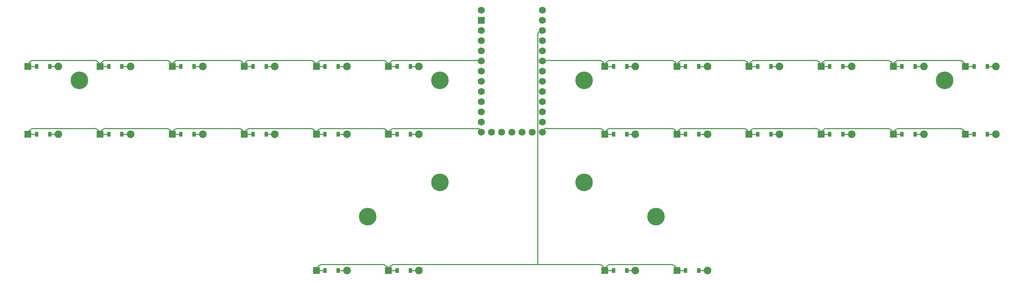
<source format=gbr>
%TF.GenerationSoftware,KiCad,Pcbnew,9.0.0*%
%TF.CreationDate,2025-04-19T19:47:05+02:00*%
%TF.ProjectId,pcb,7063622e-6b69-4636-9164-5f7063625858,v1.0.0*%
%TF.SameCoordinates,Original*%
%TF.FileFunction,Copper,L1,Top*%
%TF.FilePolarity,Positive*%
%FSLAX46Y46*%
G04 Gerber Fmt 4.6, Leading zero omitted, Abs format (unit mm)*
G04 Created by KiCad (PCBNEW 9.0.0) date 2025-04-19 19:47:05*
%MOMM*%
%LPD*%
G01*
G04 APERTURE LIST*
%TA.AperFunction,ComponentPad*%
%ADD10C,1.752600*%
%TD*%
%TA.AperFunction,ComponentPad*%
%ADD11R,1.752600X1.752600*%
%TD*%
%TA.AperFunction,SMDPad,CuDef*%
%ADD12R,0.900000X1.200000*%
%TD*%
%TA.AperFunction,ComponentPad*%
%ADD13R,1.778000X1.778000*%
%TD*%
%TA.AperFunction,ComponentPad*%
%ADD14C,1.905000*%
%TD*%
%TA.AperFunction,ComponentPad*%
%ADD15C,4.400000*%
%TD*%
%TA.AperFunction,ComponentPad*%
%ADD16C,0.700000*%
%TD*%
%TA.AperFunction,Conductor*%
%ADD17C,0.250000*%
%TD*%
G04 APERTURE END LIST*
D10*
%TO.P,MCU1,30*%
%TO.N,D9*%
X224620000Y-104470000D03*
%TO.P,MCU1,29*%
%TO.N,D8*%
X224620000Y-101930000D03*
%TO.P,MCU1,28*%
%TO.N,D7*%
X224620000Y-99390000D03*
%TO.P,MCU1,27*%
%TO.N,D6*%
X224620000Y-96850000D03*
%TO.P,MCU1,26*%
%TO.N,D5*%
X224620000Y-94310000D03*
%TO.P,MCU1,25*%
%TO.N,D4*%
X224620000Y-91770000D03*
%TO.P,MCU1,24*%
%TO.N,D3*%
X224620000Y-89230000D03*
%TO.P,MCU1,23*%
%TO.N,D2*%
X224620000Y-86690000D03*
%TO.P,MCU1,22*%
%TO.N,GND*%
X224620000Y-84150000D03*
%TO.P,MCU1,21*%
X224620000Y-81610000D03*
%TO.P,MCU1,20*%
%TO.N,D1*%
X224620000Y-79070000D03*
%TO.P,MCU1,19*%
%TO.N,D0*%
X224620000Y-76530000D03*
%TO.P,MCU1,18*%
%TO.N,Dp*%
X224620000Y-73990000D03*
%TO.P,MCU1,17*%
%TO.N,D16*%
X211920000Y-104470000D03*
%TO.P,MCU1,16*%
%TO.N,D15*%
X214460000Y-104470000D03*
%TO.P,MCU1,15*%
%TO.N,D14*%
X217000000Y-104470000D03*
%TO.P,MCU1,14*%
%TO.N,D13*%
X219540000Y-104470000D03*
%TO.P,MCU1,13*%
%TO.N,D12*%
X222080000Y-104470000D03*
%TO.P,MCU1,12*%
%TO.N,D21*%
X209380000Y-104470000D03*
%TO.P,MCU1,11*%
%TO.N,D23*%
X209380000Y-101930000D03*
%TO.P,MCU1,10*%
%TO.N,D20*%
X209380000Y-99390000D03*
%TO.P,MCU1,9*%
%TO.N,D22*%
X209380000Y-96850000D03*
%TO.P,MCU1,8*%
%TO.N,D26*%
X209380000Y-94310000D03*
%TO.P,MCU1,7*%
%TO.N,D27*%
X209380000Y-91770000D03*
%TO.P,MCU1,6*%
%TO.N,D28*%
X209380000Y-89230000D03*
%TO.P,MCU1,5*%
%TO.N,D29*%
X209380000Y-86690000D03*
%TO.P,MCU1,4*%
%TO.N,VCC*%
X209380000Y-84150000D03*
%TO.P,MCU1,3*%
%TO.N,RST*%
X209380000Y-81610000D03*
%TO.P,MCU1,2*%
%TO.N,GND*%
X209380000Y-79070000D03*
D11*
%TO.P,MCU1,1*%
%TO.N,RAW*%
X209380000Y-76530000D03*
D10*
%TO.P,MCU1,2*%
%TO.N,Dm*%
X209380000Y-73990000D03*
%TD*%
D12*
%TO.P,D1,1*%
%TO.N,D21*%
X98350000Y-105000000D03*
%TO.P,D1,2*%
%TO.N,outer_lbottom*%
X101650000Y-105000000D03*
D13*
%TO.P,D1,1*%
%TO.N,D21*%
X96190000Y-105000000D03*
D14*
%TO.P,D1,2*%
%TO.N,outer_lbottom*%
X103810000Y-105000000D03*
%TD*%
D12*
%TO.P,D2,1*%
%TO.N,D29*%
X98350000Y-88000000D03*
%TO.P,D2,2*%
%TO.N,outer_ltop*%
X101650000Y-88000000D03*
D13*
%TO.P,D2,1*%
%TO.N,D29*%
X96190000Y-88000000D03*
D14*
%TO.P,D2,2*%
%TO.N,outer_ltop*%
X103810000Y-88000000D03*
%TD*%
D12*
%TO.P,D3,1*%
%TO.N,D21*%
X116350000Y-105000000D03*
%TO.P,D3,2*%
%TO.N,pinky_lbottom*%
X119650000Y-105000000D03*
D13*
%TO.P,D3,1*%
%TO.N,D21*%
X114190000Y-105000000D03*
D14*
%TO.P,D3,2*%
%TO.N,pinky_lbottom*%
X121810000Y-105000000D03*
%TD*%
D12*
%TO.P,D4,1*%
%TO.N,D29*%
X116350000Y-88000000D03*
%TO.P,D4,2*%
%TO.N,pinky_ltop*%
X119650000Y-88000000D03*
D13*
%TO.P,D4,1*%
%TO.N,D29*%
X114190000Y-88000000D03*
D14*
%TO.P,D4,2*%
%TO.N,pinky_ltop*%
X121810000Y-88000000D03*
%TD*%
D12*
%TO.P,D5,1*%
%TO.N,D21*%
X134350000Y-105000000D03*
%TO.P,D5,2*%
%TO.N,ring_lbottom*%
X137650000Y-105000000D03*
D13*
%TO.P,D5,1*%
%TO.N,D21*%
X132190000Y-105000000D03*
D14*
%TO.P,D5,2*%
%TO.N,ring_lbottom*%
X139810000Y-105000000D03*
%TD*%
D12*
%TO.P,D6,1*%
%TO.N,D29*%
X134350000Y-88000000D03*
%TO.P,D6,2*%
%TO.N,ring_ltop*%
X137650000Y-88000000D03*
D13*
%TO.P,D6,1*%
%TO.N,D29*%
X132190000Y-88000000D03*
D14*
%TO.P,D6,2*%
%TO.N,ring_ltop*%
X139810000Y-88000000D03*
%TD*%
D12*
%TO.P,D7,1*%
%TO.N,D21*%
X152350000Y-105000000D03*
%TO.P,D7,2*%
%TO.N,middle_lbottom*%
X155650000Y-105000000D03*
D13*
%TO.P,D7,1*%
%TO.N,D21*%
X150190000Y-105000000D03*
D14*
%TO.P,D7,2*%
%TO.N,middle_lbottom*%
X157810000Y-105000000D03*
%TD*%
D12*
%TO.P,D8,1*%
%TO.N,D29*%
X152350000Y-88000000D03*
%TO.P,D8,2*%
%TO.N,middle_ltop*%
X155650000Y-88000000D03*
D13*
%TO.P,D8,1*%
%TO.N,D29*%
X150190000Y-88000000D03*
D14*
%TO.P,D8,2*%
%TO.N,middle_ltop*%
X157810000Y-88000000D03*
%TD*%
D12*
%TO.P,D9,1*%
%TO.N,D21*%
X170350000Y-105000000D03*
%TO.P,D9,2*%
%TO.N,index_lbottom*%
X173650000Y-105000000D03*
D13*
%TO.P,D9,1*%
%TO.N,D21*%
X168190000Y-105000000D03*
D14*
%TO.P,D9,2*%
%TO.N,index_lbottom*%
X175810000Y-105000000D03*
%TD*%
D12*
%TO.P,D10,1*%
%TO.N,D29*%
X170350000Y-88000000D03*
%TO.P,D10,2*%
%TO.N,index_ltop*%
X173650000Y-88000000D03*
D13*
%TO.P,D10,1*%
%TO.N,D29*%
X168190000Y-88000000D03*
D14*
%TO.P,D10,2*%
%TO.N,index_ltop*%
X175810000Y-88000000D03*
%TD*%
D12*
%TO.P,D11,1*%
%TO.N,D21*%
X188350000Y-105000000D03*
%TO.P,D11,2*%
%TO.N,inner_lbottom*%
X191650000Y-105000000D03*
D13*
%TO.P,D11,1*%
%TO.N,D21*%
X186190000Y-105000000D03*
D14*
%TO.P,D11,2*%
%TO.N,inner_lbottom*%
X193810000Y-105000000D03*
%TD*%
D12*
%TO.P,D12,1*%
%TO.N,D29*%
X188350000Y-88000000D03*
%TO.P,D12,2*%
%TO.N,inner_ltop*%
X191650000Y-88000000D03*
D13*
%TO.P,D12,1*%
%TO.N,D29*%
X186190000Y-88000000D03*
D14*
%TO.P,D12,2*%
%TO.N,inner_ltop*%
X193810000Y-88000000D03*
%TD*%
D12*
%TO.P,D13,1*%
%TO.N,D9*%
X242350000Y-105000000D03*
%TO.P,D13,2*%
%TO.N,inner_rbottom*%
X245650000Y-105000000D03*
D13*
%TO.P,D13,1*%
%TO.N,D9*%
X240190000Y-105000000D03*
D14*
%TO.P,D13,2*%
%TO.N,inner_rbottom*%
X247810000Y-105000000D03*
%TD*%
D12*
%TO.P,D14,1*%
%TO.N,D2*%
X242350000Y-88000000D03*
%TO.P,D14,2*%
%TO.N,inner_rtop*%
X245650000Y-88000000D03*
D13*
%TO.P,D14,1*%
%TO.N,D2*%
X240190000Y-88000000D03*
D14*
%TO.P,D14,2*%
%TO.N,inner_rtop*%
X247810000Y-88000000D03*
%TD*%
D12*
%TO.P,D15,1*%
%TO.N,D9*%
X260350000Y-105000000D03*
%TO.P,D15,2*%
%TO.N,index_rbottom*%
X263650000Y-105000000D03*
D13*
%TO.P,D15,1*%
%TO.N,D9*%
X258190000Y-105000000D03*
D14*
%TO.P,D15,2*%
%TO.N,index_rbottom*%
X265810000Y-105000000D03*
%TD*%
D12*
%TO.P,D16,1*%
%TO.N,D2*%
X260350000Y-88000000D03*
%TO.P,D16,2*%
%TO.N,index_rtop*%
X263650000Y-88000000D03*
D13*
%TO.P,D16,1*%
%TO.N,D2*%
X258190000Y-88000000D03*
D14*
%TO.P,D16,2*%
%TO.N,index_rtop*%
X265810000Y-88000000D03*
%TD*%
D12*
%TO.P,D17,1*%
%TO.N,D9*%
X278350000Y-105000000D03*
%TO.P,D17,2*%
%TO.N,middle_rbottom*%
X281650000Y-105000000D03*
D13*
%TO.P,D17,1*%
%TO.N,D9*%
X276190000Y-105000000D03*
D14*
%TO.P,D17,2*%
%TO.N,middle_rbottom*%
X283810000Y-105000000D03*
%TD*%
D12*
%TO.P,D18,1*%
%TO.N,D2*%
X278350000Y-88000000D03*
%TO.P,D18,2*%
%TO.N,middle_rtop*%
X281650000Y-88000000D03*
D13*
%TO.P,D18,1*%
%TO.N,D2*%
X276190000Y-88000000D03*
D14*
%TO.P,D18,2*%
%TO.N,middle_rtop*%
X283810000Y-88000000D03*
%TD*%
D12*
%TO.P,D19,1*%
%TO.N,D9*%
X296350000Y-105000000D03*
%TO.P,D19,2*%
%TO.N,ring_rbottom*%
X299650000Y-105000000D03*
D13*
%TO.P,D19,1*%
%TO.N,D9*%
X294190000Y-105000000D03*
D14*
%TO.P,D19,2*%
%TO.N,ring_rbottom*%
X301810000Y-105000000D03*
%TD*%
D12*
%TO.P,D20,1*%
%TO.N,D2*%
X296350000Y-88000000D03*
%TO.P,D20,2*%
%TO.N,ring_rtop*%
X299650000Y-88000000D03*
D13*
%TO.P,D20,1*%
%TO.N,D2*%
X294190000Y-88000000D03*
D14*
%TO.P,D20,2*%
%TO.N,ring_rtop*%
X301810000Y-88000000D03*
%TD*%
D12*
%TO.P,D21,1*%
%TO.N,D9*%
X314350000Y-105000000D03*
%TO.P,D21,2*%
%TO.N,pinky_rbottom*%
X317650000Y-105000000D03*
D13*
%TO.P,D21,1*%
%TO.N,D9*%
X312190000Y-105000000D03*
D14*
%TO.P,D21,2*%
%TO.N,pinky_rbottom*%
X319810000Y-105000000D03*
%TD*%
D12*
%TO.P,D22,1*%
%TO.N,D2*%
X314350000Y-88000000D03*
%TO.P,D22,2*%
%TO.N,pinky_rtop*%
X317650000Y-88000000D03*
D13*
%TO.P,D22,1*%
%TO.N,D2*%
X312190000Y-88000000D03*
D14*
%TO.P,D22,2*%
%TO.N,pinky_rtop*%
X319810000Y-88000000D03*
%TD*%
D12*
%TO.P,D23,1*%
%TO.N,D9*%
X332350000Y-105000000D03*
%TO.P,D23,2*%
%TO.N,outer_rbottom*%
X335650000Y-105000000D03*
D13*
%TO.P,D23,1*%
%TO.N,D9*%
X330190000Y-105000000D03*
D14*
%TO.P,D23,2*%
%TO.N,outer_rbottom*%
X337810000Y-105000000D03*
%TD*%
D12*
%TO.P,D24,1*%
%TO.N,D2*%
X332350000Y-88000000D03*
%TO.P,D24,2*%
%TO.N,outer_rtop*%
X335650000Y-88000000D03*
D13*
%TO.P,D24,1*%
%TO.N,D2*%
X330190000Y-88000000D03*
D14*
%TO.P,D24,2*%
%TO.N,outer_rtop*%
X337810000Y-88000000D03*
%TD*%
D12*
%TO.P,D25,1*%
%TO.N,D1*%
X170350000Y-139000000D03*
%TO.P,D25,2*%
%TO.N,outer_lttop*%
X173650000Y-139000000D03*
D13*
%TO.P,D25,1*%
%TO.N,D1*%
X168190000Y-139000000D03*
D14*
%TO.P,D25,2*%
%TO.N,outer_lttop*%
X175810000Y-139000000D03*
%TD*%
D12*
%TO.P,D26,1*%
%TO.N,D1*%
X188350000Y-139000000D03*
%TO.P,D26,2*%
%TO.N,inner_lttop*%
X191650000Y-139000000D03*
D13*
%TO.P,D26,1*%
%TO.N,D1*%
X186190000Y-139000000D03*
D14*
%TO.P,D26,2*%
%TO.N,inner_lttop*%
X193810000Y-139000000D03*
%TD*%
D12*
%TO.P,D27,1*%
%TO.N,D1*%
X242350000Y-139000000D03*
%TO.P,D27,2*%
%TO.N,inner_rttop*%
X245650000Y-139000000D03*
D13*
%TO.P,D27,1*%
%TO.N,D1*%
X240190000Y-139000000D03*
D14*
%TO.P,D27,2*%
%TO.N,inner_rttop*%
X247810000Y-139000000D03*
%TD*%
D12*
%TO.P,D28,1*%
%TO.N,D1*%
X260350000Y-139000000D03*
%TO.P,D28,2*%
%TO.N,outer_rttop*%
X263650000Y-139000000D03*
D13*
%TO.P,D28,1*%
%TO.N,D1*%
X258190000Y-139000000D03*
D14*
%TO.P,D28,2*%
%TO.N,outer_rttop*%
X265810000Y-139000000D03*
%TD*%
D15*
%TO.P,_1,1*%
%TO.N,N/C*%
X109000000Y-91500000D03*
D16*
X110629630Y-91500000D03*
X110152322Y-92652322D03*
X109000000Y-93129630D03*
X107847678Y-92652322D03*
X107370370Y-91500000D03*
X107847678Y-90347678D03*
X109000000Y-89870370D03*
X110152322Y-90347678D03*
%TD*%
D15*
%TO.P,_2,1*%
%TO.N,N/C*%
X199000000Y-91500000D03*
D16*
X200629630Y-91500000D03*
X200152322Y-92652322D03*
X199000000Y-93129630D03*
X197847678Y-92652322D03*
X197370370Y-91500000D03*
X197847678Y-90347678D03*
X199000000Y-89870370D03*
X200152322Y-90347678D03*
%TD*%
D15*
%TO.P,_3,1*%
%TO.N,N/C*%
X199000000Y-117000000D03*
D16*
X200629630Y-117000000D03*
X200152322Y-118152322D03*
X199000000Y-118629630D03*
X197847678Y-118152322D03*
X197370370Y-117000000D03*
X197847678Y-115847678D03*
X199000000Y-115370370D03*
X200152322Y-115847678D03*
%TD*%
D15*
%TO.P,_4,1*%
%TO.N,N/C*%
X181000000Y-125500000D03*
D16*
X182629630Y-125500000D03*
X182152322Y-126652322D03*
X181000000Y-127129630D03*
X179847678Y-126652322D03*
X179370370Y-125500000D03*
X179847678Y-124347678D03*
X181000000Y-123870370D03*
X182152322Y-124347678D03*
%TD*%
D15*
%TO.P,_5,1*%
%TO.N,N/C*%
X253000000Y-125500000D03*
D16*
X254629630Y-125500000D03*
X254152322Y-126652322D03*
X253000000Y-127129630D03*
X251847678Y-126652322D03*
X251370370Y-125500000D03*
X251847678Y-124347678D03*
X253000000Y-123870370D03*
X254152322Y-124347678D03*
%TD*%
D15*
%TO.P,_6,1*%
%TO.N,N/C*%
X325000000Y-91500000D03*
D16*
X326629630Y-91500000D03*
X326152322Y-92652322D03*
X325000000Y-93129630D03*
X323847678Y-92652322D03*
X323370370Y-91500000D03*
X323847678Y-90347678D03*
X325000000Y-89870370D03*
X326152322Y-90347678D03*
%TD*%
D15*
%TO.P,_7,1*%
%TO.N,N/C*%
X235000000Y-91500000D03*
D16*
X236629630Y-91500000D03*
X236152322Y-92652322D03*
X235000000Y-93129630D03*
X233847678Y-92652322D03*
X233370370Y-91500000D03*
X233847678Y-90347678D03*
X235000000Y-89870370D03*
X236152322Y-90347678D03*
%TD*%
D15*
%TO.P,_8,1*%
%TO.N,N/C*%
X235000000Y-117000000D03*
D16*
X236629630Y-117000000D03*
X236152322Y-118152322D03*
X235000000Y-118629630D03*
X233847678Y-118152322D03*
X233370370Y-117000000D03*
X233847678Y-115847678D03*
X235000000Y-115370370D03*
X236152322Y-115847678D03*
%TD*%
D17*
%TO.N,D2*%
X242350000Y-88000000D02*
X240190000Y-88000000D01*
%TO.N,inner_rtop*%
X247810000Y-88000000D02*
X245650000Y-88000000D01*
%TO.N,D2*%
X260350000Y-88000000D02*
X258190000Y-88000000D01*
%TO.N,index_rtop*%
X265810000Y-88000000D02*
X263650000Y-88000000D01*
%TO.N,D2*%
X278350000Y-88000000D02*
X276190000Y-88000000D01*
%TO.N,middle_rtop*%
X283810000Y-88000000D02*
X281650000Y-88000000D01*
%TO.N,D2*%
X296350000Y-88000000D02*
X294190000Y-88000000D01*
%TO.N,ring_rtop*%
X301810000Y-88000000D02*
X299650000Y-88000000D01*
%TO.N,D2*%
X314350000Y-88000000D02*
X312190000Y-88000000D01*
%TO.N,pinky_rtop*%
X319810000Y-88000000D02*
X317650000Y-88000000D01*
%TO.N,outer_rtop*%
X335650000Y-88000000D02*
X337810000Y-88000000D01*
%TO.N,D2*%
X330190000Y-88000000D02*
X332350000Y-88000000D01*
%TO.N,outer_rbottom*%
X335650000Y-105000000D02*
X337810000Y-105000000D01*
%TO.N,D9*%
X330190000Y-105000000D02*
X332350000Y-105000000D01*
%TO.N,pinky_rbottom*%
X317650000Y-105000000D02*
X319810000Y-105000000D01*
%TO.N,D9*%
X312190000Y-105000000D02*
X314350000Y-105000000D01*
%TO.N,ring_rbottom*%
X299650000Y-105000000D02*
X301810000Y-105000000D01*
%TO.N,D9*%
X294190000Y-105000000D02*
X296350000Y-105000000D01*
%TO.N,middle_rbottom*%
X281650000Y-105000000D02*
X283810000Y-105000000D01*
%TO.N,D9*%
X276190000Y-105000000D02*
X278350000Y-105000000D01*
%TO.N,index_rbottom*%
X263650000Y-105000000D02*
X265810000Y-105000000D01*
%TO.N,D9*%
X258190000Y-105000000D02*
X260350000Y-105000000D01*
%TO.N,inner_rbottom*%
X245650000Y-105000000D02*
X247810000Y-105000000D01*
%TO.N,D9*%
X240190000Y-105000000D02*
X242350000Y-105000000D01*
%TO.N,outer_rttop*%
X263650000Y-139000000D02*
X265810000Y-139000000D01*
%TO.N,D1*%
X258190000Y-139000000D02*
X260350000Y-139000000D01*
%TO.N,inner_rttop*%
X245650000Y-139000000D02*
X247810000Y-139000000D01*
%TO.N,D1*%
X240190000Y-139000000D02*
X242350000Y-139000000D01*
%TO.N,inner_lttop*%
X191650000Y-139000000D02*
X193810000Y-139000000D01*
%TO.N,D1*%
X186190000Y-139000000D02*
X188350000Y-139000000D01*
%TO.N,outer_lttop*%
X173650000Y-139000000D02*
X175810000Y-139000000D01*
%TO.N,D1*%
X168190000Y-139000000D02*
X170350000Y-139000000D01*
%TO.N,D21*%
X98350000Y-105000000D02*
X96190000Y-105000000D01*
%TO.N,outer_lbottom*%
X103810000Y-105000000D02*
X101650000Y-105000000D01*
%TO.N,D21*%
X116350000Y-105000000D02*
X114190000Y-105000000D01*
%TO.N,pinky_lbottom*%
X121810000Y-105000000D02*
X119650000Y-105000000D01*
%TO.N,D21*%
X134350000Y-105000000D02*
X132190000Y-105000000D01*
%TO.N,ring_lbottom*%
X139810000Y-105000000D02*
X137650000Y-105000000D01*
%TO.N,D21*%
X152350000Y-105000000D02*
X150190000Y-105000000D01*
%TO.N,middle_lbottom*%
X157810000Y-105000000D02*
X155650000Y-105000000D01*
%TO.N,D21*%
X170350000Y-105000000D02*
X168190000Y-105000000D01*
%TO.N,index_lbottom*%
X175810000Y-105000000D02*
X173650000Y-105000000D01*
%TO.N,D21*%
X188350000Y-105000000D02*
X186190000Y-105000000D01*
%TO.N,inner_lbottom*%
X193810000Y-105000000D02*
X191650000Y-105000000D01*
%TO.N,inner_ltop*%
X191650000Y-88000000D02*
X193810000Y-88000000D01*
%TO.N,D29*%
X186190000Y-88000000D02*
X188350000Y-88000000D01*
%TO.N,index_ltop*%
X173650000Y-88000000D02*
X175810000Y-88000000D01*
%TO.N,D29*%
X168190000Y-88000000D02*
X170350000Y-88000000D01*
%TO.N,middle_ltop*%
X155650000Y-88000000D02*
X157810000Y-88000000D01*
%TO.N,D29*%
X150190000Y-88000000D02*
X152350000Y-88000000D01*
%TO.N,ring_ltop*%
X137650000Y-88000000D02*
X139810000Y-88000000D01*
%TO.N,D29*%
X132190000Y-88000000D02*
X134350000Y-88000000D01*
%TO.N,pinky_ltop*%
X119650000Y-88000000D02*
X121810000Y-88000000D01*
%TO.N,D29*%
X114190000Y-88000000D02*
X116350000Y-88000000D01*
%TO.N,outer_ltop*%
X101650000Y-88000000D02*
X103810000Y-88000000D01*
%TO.N,D29*%
X96190000Y-88000000D02*
X98350000Y-88000000D01*
%TO.N,D1*%
X224620000Y-79070000D02*
X224550932Y-79070000D01*
X224550932Y-79070000D02*
G75*
G03*
X223370900Y-80250000I-32J-1180000D01*
G01*
X223370932Y-137370932D02*
G75*
G03*
X223500000Y-137499968I129068J32D01*
G01*
X223370932Y-80250000D02*
X223370932Y-137370932D01*
X224191493Y-79117983D02*
X223990233Y-79158018D01*
X224620000Y-79070000D02*
X224509955Y-79072697D01*
X187690000Y-137500000D02*
X223500000Y-137500000D01*
X224294095Y-79115634D02*
X224191493Y-79117983D01*
X224509955Y-79072697D02*
X224294095Y-79115634D01*
%TO.N,D2*%
X240190000Y-88000000D02*
G75*
G03*
X238690000Y-86500000I-1500000J0D01*
G01*
X238690000Y-86500000D02*
X224810000Y-86500000D01*
%TO.N,D1*%
X240190000Y-139000000D02*
G75*
G02*
X241690000Y-137500000I1500000J0D01*
G01*
X256690000Y-137500000D02*
G75*
G02*
X258190000Y-139000000I0J-1500000D01*
G01*
X241690000Y-137500000D02*
X256690000Y-137500000D01*
X186190000Y-139000000D02*
G75*
G02*
X187690000Y-137500000I1500000J0D01*
G01*
X238690000Y-137500000D02*
G75*
G02*
X240190000Y-139000000I0J-1500000D01*
G01*
X223500000Y-137500000D02*
X238690000Y-137500000D01*
X168190000Y-139000000D02*
G75*
G02*
X169690000Y-137500000I1500000J0D01*
G01*
X172500000Y-137500000D02*
X184690000Y-137500000D01*
X184690000Y-137500000D02*
G75*
G02*
X186190000Y-139000000I0J-1500000D01*
G01*
X169690000Y-137500000D02*
X172500000Y-137500000D01*
%TO.N,D2*%
X312190000Y-88000000D02*
G75*
G02*
X313690000Y-86500000I1500000J0D01*
G01*
X313690000Y-86500000D02*
X328690000Y-86500000D01*
X328690000Y-86500000D02*
G75*
G02*
X330190000Y-88000000I0J-1500000D01*
G01*
X294190000Y-88000000D02*
G75*
G02*
X295690000Y-86500000I1500000J0D01*
G01*
X310690000Y-86500000D02*
G75*
G02*
X312190000Y-88000000I0J-1500000D01*
G01*
X295690000Y-86500000D02*
X298000000Y-86500000D01*
X298000000Y-86500000D02*
X310690000Y-86500000D01*
X276190000Y-88000000D02*
G75*
G02*
X277690000Y-86500000I1500000J0D01*
G01*
X292690000Y-86500000D02*
G75*
G02*
X294190000Y-88000000I0J-1500000D01*
G01*
X277690000Y-86500000D02*
X292690000Y-86500000D01*
X258190000Y-88000000D02*
G75*
G02*
X259690000Y-86500000I1500000J0D01*
G01*
X262000000Y-86500000D02*
X274690000Y-86500000D01*
X274690000Y-86500000D02*
G75*
G02*
X276190000Y-88000000I0J-1500000D01*
G01*
X259690000Y-86500000D02*
X262000000Y-86500000D01*
X240190000Y-88000000D02*
G75*
G02*
X241690000Y-86500000I1500000J0D01*
G01*
X256690000Y-86500000D02*
G75*
G02*
X258190000Y-88000000I0J-1500000D01*
G01*
X241690000Y-86500000D02*
X256690000Y-86500000D01*
%TO.N,D9*%
X312190000Y-105000000D02*
G75*
G02*
X313690000Y-103500000I1500000J0D01*
G01*
X315500000Y-103500000D02*
X328690000Y-103500000D01*
X328690000Y-103500000D02*
G75*
G02*
X330190000Y-105000000I0J-1500000D01*
G01*
X313690000Y-103500000D02*
X315500000Y-103500000D01*
X294190000Y-105000000D02*
G75*
G02*
X295690000Y-103500000I1500000J0D01*
G01*
X310690000Y-103500000D02*
G75*
G02*
X312190000Y-105000000I0J-1500000D01*
G01*
X295690000Y-103500000D02*
X297000000Y-103500000D01*
X297000000Y-103500000D02*
X310690000Y-103500000D01*
X276190000Y-105000000D02*
G75*
G02*
X277690000Y-103500000I1500000J0D01*
G01*
X277690000Y-103500000D02*
X280000000Y-103500000D01*
X292690000Y-103500000D02*
G75*
G02*
X294190000Y-105000000I0J-1500000D01*
G01*
X280000000Y-103500000D02*
X292690000Y-103500000D01*
X258190000Y-105000000D02*
G75*
G02*
X259690000Y-103500000I1500000J0D01*
G01*
X274690000Y-103500000D02*
G75*
G02*
X276190000Y-105000000I0J-1500000D01*
G01*
X259690000Y-103500000D02*
X274690000Y-103500000D01*
X240190000Y-105000000D02*
G75*
G02*
X241690000Y-103500000I1500000J0D01*
G01*
X241690000Y-103500000D02*
X256690000Y-103500000D01*
X256690000Y-103500000D02*
G75*
G02*
X258190000Y-105000000I0J-1500000D01*
G01*
X224620000Y-104470000D02*
G75*
G02*
X225590000Y-103500000I970000J0D01*
G01*
X228000000Y-103500000D02*
X238690000Y-103500000D01*
X238690000Y-103500000D02*
G75*
G02*
X240190000Y-105000000I0J-1500000D01*
G01*
X225590000Y-103500000D02*
X228000000Y-103500000D01*
%TO.N,D21*%
X186190000Y-105000000D02*
G75*
G02*
X187690000Y-103500000I1500000J0D01*
G01*
X208410000Y-103500000D02*
G75*
G02*
X209380000Y-104470000I0J-970000D01*
G01*
X187690000Y-103500000D02*
X191000000Y-103500000D01*
X191000000Y-103500000D02*
X208410000Y-103500000D01*
X168190000Y-105000000D02*
G75*
G02*
X169690000Y-103500000I1500000J0D01*
G01*
X184690000Y-103500000D02*
G75*
G02*
X186190000Y-105000000I0J-1500000D01*
G01*
X169690000Y-103500000D02*
X184690000Y-103500000D01*
X150190000Y-105000000D02*
G75*
G02*
X151690000Y-103500000I1500000J0D01*
G01*
X166690000Y-103500000D02*
G75*
G02*
X168190000Y-105000000I0J-1500000D01*
G01*
X151690000Y-103500000D02*
X166690000Y-103500000D01*
X132190000Y-105000000D02*
G75*
G02*
X133690000Y-103500000I1500000J0D01*
G01*
X133690000Y-103500000D02*
X148690000Y-103500000D01*
X148690000Y-103500000D02*
G75*
G02*
X150190000Y-105000000I0J-1500000D01*
G01*
X114190000Y-105000000D02*
G75*
G02*
X115690000Y-103500000I1500000J0D01*
G01*
X115690000Y-103500000D02*
X121500000Y-103500000D01*
X130690000Y-103500000D02*
G75*
G02*
X132190000Y-105000000I0J-1500000D01*
G01*
X121500000Y-103500000D02*
X130690000Y-103500000D01*
X96190000Y-105000000D02*
G75*
G02*
X97690000Y-103500000I1500000J0D01*
G01*
X112690000Y-103500000D02*
G75*
G02*
X114190000Y-105000000I0J-1500000D01*
G01*
X97690000Y-103500000D02*
X112690000Y-103500000D01*
%TO.N,D29*%
X186190000Y-88000000D02*
G75*
G02*
X187690000Y-86500000I1500000J0D01*
G01*
X191000000Y-86500000D02*
X209190000Y-86500000D01*
X187690000Y-86500000D02*
X191000000Y-86500000D01*
X168190000Y-88000000D02*
G75*
G02*
X169690000Y-86500000I1500000J0D01*
G01*
X184690000Y-86500000D02*
G75*
G02*
X186190000Y-88000000I0J-1500000D01*
G01*
X169690000Y-86500000D02*
X175000000Y-86500000D01*
X175000000Y-86500000D02*
X184690000Y-86500000D01*
X150230744Y-87709013D02*
G75*
G02*
X151439757Y-86499944I1209056J13D01*
G01*
X150190000Y-88000000D02*
X150192407Y-87901746D01*
X150192407Y-87901746D02*
X150230744Y-87709013D01*
X166690000Y-86500000D02*
G75*
G02*
X168190000Y-88000000I0J-1500000D01*
G01*
X151439757Y-86500000D02*
X166690000Y-86500000D01*
X132190000Y-88000000D02*
G75*
G02*
X133690000Y-86500000I1500000J0D01*
G01*
X133690000Y-86500000D02*
X136000000Y-86500000D01*
X136000000Y-86500000D02*
X148690000Y-86500000D01*
X148690000Y-86500000D02*
G75*
G02*
X150190000Y-88000000I0J-1500000D01*
G01*
X114190000Y-88000000D02*
G75*
G02*
X115690000Y-86500000I1500000J0D01*
G01*
X130690000Y-86500000D02*
G75*
G02*
X132190000Y-88000000I0J-1500000D01*
G01*
X115690000Y-86500000D02*
X130690000Y-86500000D01*
X96190000Y-88000000D02*
G75*
G02*
X97690000Y-86500000I1500000J0D01*
G01*
X112690000Y-86500000D02*
G75*
G02*
X114190000Y-88000000I0J-1500000D01*
G01*
X97690000Y-86500000D02*
X112690000Y-86500000D01*
%TO.N,D1*%
X224620000Y-79070000D02*
X224430000Y-79070000D01*
%TD*%
M02*

</source>
